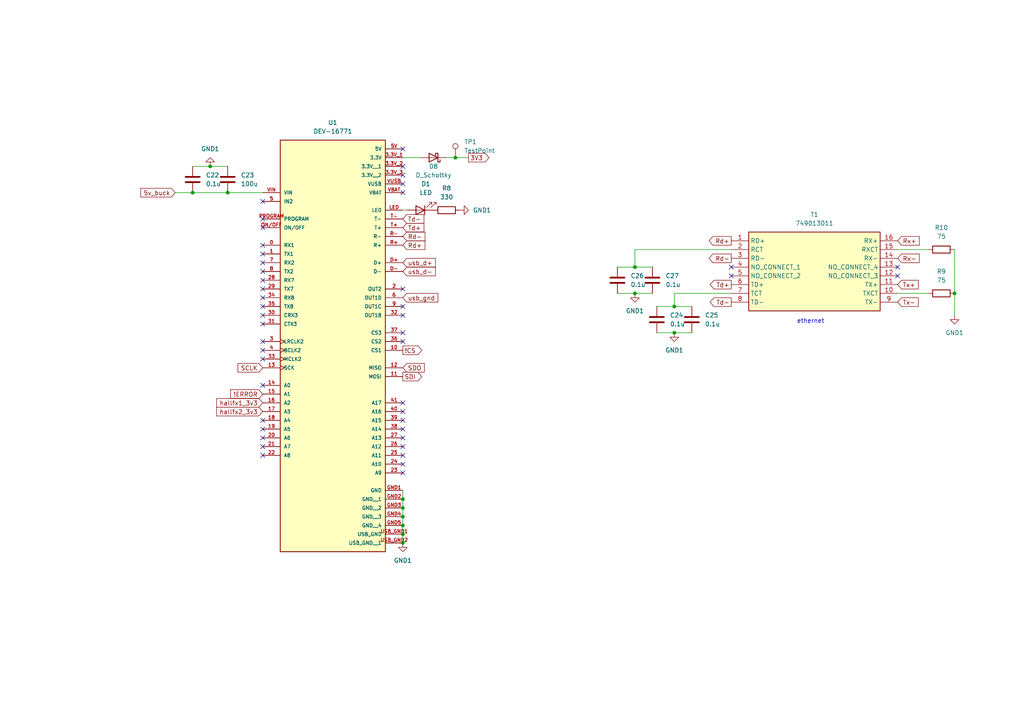
<source format=kicad_sch>
(kicad_sch (version 20230121) (generator eeschema)
  (paper "A4")
  (lib_symbols
    (symbol "21xt_symbols:749013011"
      (property "Reference" "T" (at 44.45 7.62 0))
      (property "Value" "749013011" (at 44.45 5.08 0))
      (symbol "749013011_1_1"
        (rectangle (start 5.08 2.54) (end 43.18 -20.32) (stroke (width 0.254)) (fill (type background)))
        (pin passive line (at 0 0 0) (length 5.08) (name "RD+") (number "1"))
        (pin passive line (at 48.26 -15.24 180) (length 5.08) (name "TXCT") (number "10"))
        (pin passive line (at 48.26 -12.7 180) (length 5.08) (name "TX+") (number "11"))
        (pin passive line (at 48.26 -10.16 180) (length 5.08) (name "NO_CONNECT_3") (number "12"))
        (pin passive line (at 48.26 -7.62 180) (length 5.08) (name "NO_CONNECT_4") (number "13"))
        (pin passive line (at 48.26 -5.08 180) (length 5.08) (name "RX-") (number "14"))
        (pin passive line (at 48.26 -2.54 180) (length 5.08) (name "RXCT") (number "15"))
        (pin passive line (at 48.26 0 180) (length 5.08) (name "RX+") (number "16"))
        (pin passive line (at 0 -2.54 0) (length 5.08) (name "RCT") (number "2"))
        (pin passive line (at 0 -5.08 0) (length 5.08) (name "RD-") (number "3"))
        (pin passive line (at 0 -7.62 0) (length 5.08) (name "NO_CONNECT_1") (number "4"))
        (pin passive line (at 0 -10.16 0) (length 5.08) (name "NO_CONNECT_2") (number "5"))
        (pin passive line (at 0 -12.7 0) (length 5.08) (name "TD+") (number "6"))
        (pin passive line (at 0 -15.24 0) (length 5.08) (name "TCT") (number "7"))
        (pin passive line (at 0 -17.78 0) (length 5.08) (name "TD-") (number "8"))
        (pin passive line (at 48.26 -17.78 180) (length 5.08) (name "TX-") (number "9"))
      )
    )
    (symbol "21xt_symbols:DEV-16771" (pin_names (offset 1.016))
      (property "Reference" "U5" (at 0 55.245 0))
      (property "Value" "DEV-16771" (at 0 52.705 0))
      (symbol "DEV-16771_0_0"
        (rectangle (start -15.24 -68.58) (end 15.24 50.8) (stroke (width 0.254)) (fill (type background)))
        (pin bidirectional line (at -20.32 20.32 0) (length 5.08) (name "RX1") (number "0"))
        (pin bidirectional line (at -20.32 17.78 0) (length 5.08) (name "TX1") (number "1"))
        (pin bidirectional line (at 20.32 -10.16 180) (length 5.08) (name "CS1") (number "10"))
        (pin bidirectional line (at 20.32 -17.78 180) (length 5.08) (name "MOSI") (number "11"))
        (pin bidirectional line (at 20.32 -15.24 180) (length 5.08) (name "MISO") (number "12"))
        (pin bidirectional clock (at -20.32 -15.24 0) (length 5.08) (name "SCK") (number "13"))
        (pin bidirectional line (at -20.32 -20.32 0) (length 5.08) (name "A0") (number "14"))
        (pin bidirectional line (at -20.32 -22.86 0) (length 5.08) (name "A1") (number "15"))
        (pin bidirectional line (at -20.32 -25.4 0) (length 5.08) (name "A2") (number "16"))
        (pin bidirectional line (at -20.32 -27.94 0) (length 5.08) (name "A3") (number "17"))
        (pin bidirectional line (at -20.32 -30.48 0) (length 5.08) (name "A4") (number "18"))
        (pin bidirectional line (at -20.32 -33.02 0) (length 5.08) (name "A5") (number "19"))
        (pin output line (at 20.32 7.62 180) (length 5.08) (name "OUT2") (number "2"))
        (pin bidirectional line (at -20.32 -35.56 0) (length 5.08) (name "A6") (number "20"))
        (pin bidirectional line (at -20.32 -38.1 0) (length 5.08) (name "A7") (number "21"))
        (pin bidirectional line (at -20.32 -40.64 0) (length 5.08) (name "A8") (number "22"))
        (pin bidirectional line (at 20.32 -45.72 180) (length 5.08) (name "A9") (number "23"))
        (pin bidirectional line (at 20.32 -43.18 180) (length 5.08) (name "A10") (number "24"))
        (pin bidirectional line (at 20.32 -40.64 180) (length 5.08) (name "A11") (number "25"))
        (pin bidirectional line (at 20.32 -38.1 180) (length 5.08) (name "A12") (number "26"))
        (pin bidirectional line (at 20.32 -35.56 180) (length 5.08) (name "A13") (number "27"))
        (pin bidirectional line (at -20.32 10.16 0) (length 5.08) (name "RX7") (number "28"))
        (pin bidirectional line (at -20.32 7.62 0) (length 5.08) (name "TX7") (number "29"))
        (pin bidirectional clock (at -20.32 -7.62 0) (length 5.08) (name "LRCLK2") (number "3"))
        (pin power_in line (at 20.32 45.72 180) (length 5.08) (name "3.3V") (number "3.3V_1"))
        (pin power_in line (at 20.32 43.18 180) (length 5.08) (name "3.3V__1") (number "3.3V_2"))
        (pin power_in line (at 20.32 40.64 180) (length 5.08) (name "3.3V__2") (number "3.3V_3"))
        (pin bidirectional line (at -20.32 0 0) (length 5.08) (name "CRX3") (number "30"))
        (pin bidirectional line (at -20.32 -2.54 0) (length 5.08) (name "CTX3") (number "31"))
        (pin output line (at 20.32 0 180) (length 5.08) (name "OUT1B") (number "32"))
        (pin bidirectional clock (at -20.32 -12.7 0) (length 5.08) (name "MCLK2") (number "33"))
        (pin bidirectional line (at -20.32 5.08 0) (length 5.08) (name "RX8") (number "34"))
        (pin bidirectional line (at -20.32 2.54 0) (length 5.08) (name "TX8") (number "35"))
        (pin bidirectional line (at 20.32 -7.62 180) (length 5.08) (name "CS2") (number "36"))
        (pin bidirectional line (at 20.32 -5.08 180) (length 5.08) (name "CS3") (number "37"))
        (pin bidirectional line (at 20.32 -33.02 180) (length 5.08) (name "A14") (number "38"))
        (pin bidirectional line (at 20.32 -30.48 180) (length 5.08) (name "A15") (number "39"))
        (pin bidirectional clock (at -20.32 -10.16 0) (length 5.08) (name "BCLK2") (number "4"))
        (pin bidirectional line (at 20.32 -27.94 180) (length 5.08) (name "A16") (number "40"))
        (pin bidirectional line (at 20.32 -25.4 180) (length 5.08) (name "A17") (number "41"))
        (pin bidirectional line (at -20.32 33.02 0) (length 5.08) (name "IN2") (number "5"))
        (pin power_in line (at 20.32 48.26 180) (length 5.08) (name "5V") (number "5V"))
        (pin output line (at 20.32 5.08 180) (length 5.08) (name "OUT1D") (number "6"))
        (pin bidirectional line (at -20.32 15.24 0) (length 5.08) (name "RX2") (number "7"))
        (pin bidirectional line (at -20.32 12.7 0) (length 5.08) (name "TX2") (number "8"))
        (pin output line (at 20.32 2.54 180) (length 5.08) (name "OUT1C") (number "9"))
        (pin bidirectional line (at 20.32 15.24 180) (length 5.08) (name "D+") (number "D+"))
        (pin bidirectional line (at 20.32 12.7 180) (length 5.08) (name "D-") (number "D-"))
        (pin power_in line (at 20.32 -50.8 180) (length 5.08) (name "GND") (number "GND1"))
        (pin power_in line (at 20.32 -53.34 180) (length 5.08) (name "GND__1") (number "GND2"))
        (pin power_in line (at 20.32 -55.88 180) (length 5.08) (name "GND__2") (number "GND3"))
        (pin power_in line (at 20.32 -58.42 180) (length 5.08) (name "GND__3") (number "GND4"))
        (pin power_in line (at 20.32 -60.96 180) (length 5.08) (name "GND__4") (number "GND5"))
        (pin bidirectional line (at 20.32 30.48 180) (length 5.08) (name "LED") (number "LED"))
        (pin bidirectional line (at -20.32 25.4 0) (length 5.08) (name "ON/OFF") (number "ON/OFF"))
        (pin bidirectional line (at -20.32 27.94 0) (length 5.08) (name "PROGRAM") (number "PROGRAM"))
        (pin bidirectional line (at 20.32 20.32 180) (length 5.08) (name "R+") (number "R+"))
        (pin bidirectional line (at 20.32 22.86 180) (length 5.08) (name "R-") (number "R-"))
        (pin bidirectional line (at 20.32 25.4 180) (length 5.08) (name "T+") (number "T+"))
        (pin bidirectional line (at 20.32 27.94 180) (length 5.08) (name "T-") (number "T-"))
        (pin power_in line (at 20.32 -63.5 180) (length 5.08) (name "USB_GND") (number "USB_GND1"))
        (pin power_in line (at 20.32 -66.04 180) (length 5.08) (name "USB_GND__1") (number "USB_GND2"))
        (pin passive line (at 20.32 35.56 180) (length 5.08) (name "VBAT") (number "VBAT"))
        (pin input line (at -20.32 35.56 0) (length 5.08) (name "VIN") (number "VIN"))
        (pin passive line (at 20.32 38.1 180) (length 5.08) (name "VUSB") (number "VUSB"))
      )
    )
    (symbol "Connector:TestPoint" (pin_numbers hide) (pin_names (offset 0.762) hide)
      (property "Reference" "TP" (at 0 6.858 0))
      (property "Value" "TestPoint" (at 0 5.08 0))
      (symbol "TestPoint_0_1"
        (circle (center 0 3.302) (radius 0.762))
      )
      (symbol "TestPoint_1_1"
        (pin passive line (at 0 0 90) (length 2.54) (name "1") (number "1"))
      )
    )
    (symbol "Device:C" (pin_numbers hide) (pin_names (offset 0.254))
      (property "Reference" "C" (at 0.635 2.54 0))
      (property "Value" "C" (at 0.635 -2.54 0))
      (symbol "C_0_1"
        (polyline (pts (xy -2.032 -0.762) (xy 2.032 -0.762)) (stroke (width 0.508)))
        (polyline (pts (xy -2.032 0.762) (xy 2.032 0.762)) (stroke (width 0.508)))
      )
      (symbol "C_1_1"
        (pin passive line (at 0 3.81 270) (length 2.794) (name "~") (number "1"))
        (pin passive line (at 0 -3.81 90) (length 2.794) (name "~") (number "2"))
      )
    )
    (symbol "Device:D_Schottky" (pin_numbers hide) (pin_names (offset 1.016) hide)
      (property "Reference" "D" (at 0 2.54 0))
      (property "Value" "D_Schottky" (at 0 -2.54 0))
      (symbol "D_Schottky_0_1"
        (polyline (pts (xy 1.27 0) (xy -1.27 0)))
        (polyline (pts (xy 1.27 1.27) (xy 1.27 -1.27) (xy -1.27 0) (xy 1.27 1.27)) (stroke (width 0.254)))
        (polyline (pts (xy -1.905 0.635) (xy -1.905 1.27) (xy -1.27 1.27) (xy -1.27 -1.27) (xy -0.635 -1.27) (xy -0.635 -0.635)) (stroke (width 0.254)))
      )
      (symbol "D_Schottky_1_1"
        (pin passive line (at -3.81 0 0) (length 2.54) (name "K") (number "1"))
        (pin passive line (at 3.81 0 180) (length 2.54) (name "A") (number "2"))
      )
    )
    (symbol "Device:LED" (pin_numbers hide) (pin_names (offset 1.016) hide)
      (property "Reference" "D" (at 0 2.54 0))
      (property "Value" "LED" (at 0 -2.54 0))
      (symbol "LED_0_1"
        (polyline (pts (xy -1.27 -1.27) (xy -1.27 1.27)) (stroke (width 0.254)))
        (polyline (pts (xy -1.27 0) (xy 1.27 0)))
        (polyline (pts (xy 1.27 -1.27) (xy 1.27 1.27) (xy -1.27 0) (xy 1.27 -1.27)) (stroke (width 0.254)))
        (polyline (pts (xy -3.048 -0.762) (xy -4.572 -2.286) (xy -3.81 -2.286) (xy -4.572 -2.286) (xy -4.572 -1.524)))
        (polyline (pts (xy -1.778 -0.762) (xy -3.302 -2.286) (xy -2.54 -2.286) (xy -3.302 -2.286) (xy -3.302 -1.524)))
      )
      (symbol "LED_1_1"
        (pin passive line (at -3.81 0 0) (length 2.54) (name "K") (number "1"))
        (pin passive line (at 3.81 0 180) (length 2.54) (name "A") (number "2"))
      )
    )
    (symbol "Device:R" (pin_numbers hide) (pin_names (offset 0))
      (property "Reference" "R" (at 2.032 0 90))
      (property "Value" "R" (at 0 0 90))
      (symbol "R_0_1"
        (rectangle (start -1.016 -2.54) (end 1.016 2.54) (stroke (width 0.254)))
      )
      (symbol "R_1_1"
        (pin passive line (at 0 3.81 270) (length 1.27) (name "~") (number "1"))
        (pin passive line (at 0 -3.81 90) (length 1.27) (name "~") (number "2"))
      )
    )
    (symbol "power:GND1" (power) (pin_names (offset 0))
      (property "Value" "GND1" (at 0 -3.81 0))
      (symbol "GND1_0_1"
        (polyline (pts (xy 0 0) (xy 0 -1.27) (xy 1.27 -1.27) (xy 0 -2.54) (xy -1.27 -1.27) (xy 0 -1.27)))
      )
      (symbol "GND1_1_1"
        (pin power_in line (at 0 0 270) (length 0) hide (name "GND1") (number "1"))
      )
    )
  )
  (junction (at 116.84 147.32))
  (junction (at 132.08 45.72))
  (junction (at 184.15 77.47))
  (junction (at 60.96 48.26))
  (junction (at 195.58 96.52))
  (junction (at 116.84 149.86))
  (junction (at 55.88 55.88))
  (junction (at 195.58 88.9))
  (junction (at 116.84 144.78))
  (junction (at 116.84 154.94))
  (junction (at 116.84 157.48))
  (junction (at 184.15 85.09))
  (junction (at 276.86 85.09))
  (junction (at 66.04 55.88))
  (junction (at 116.84 152.4))
  (no_connect (at 116.84 127))
  (no_connect (at 116.84 124.46))
  (no_connect (at 116.84 121.92))
  (no_connect (at 116.84 43.18))
  (no_connect (at 76.2 129.54))
  (no_connect (at 212.09 77.47))
  (no_connect (at 116.84 48.26))
  (no_connect (at 76.2 66.04))
  (no_connect (at 116.84 119.38))
  (no_connect (at 76.2 124.46))
  (no_connect (at 76.2 132.08))
  (no_connect (at 76.2 58.42))
  (no_connect (at 212.09 80.01))
  (no_connect (at 116.84 116.84))
  (no_connect (at 76.2 99.06))
  (no_connect (at 76.2 88.9))
  (no_connect (at 76.2 63.5))
  (no_connect (at 76.2 76.2))
  (no_connect (at 76.2 104.14))
  (no_connect (at 116.84 50.8))
  (no_connect (at 116.84 91.44))
  (no_connect (at 76.2 86.36))
  (no_connect (at 116.84 83.82))
  (no_connect (at 76.2 91.44))
  (no_connect (at 116.84 134.62))
  (no_connect (at 116.84 53.34))
  (no_connect (at 116.84 132.08))
  (no_connect (at 76.2 73.66))
  (no_connect (at 116.84 96.52))
  (no_connect (at 116.84 99.06))
  (no_connect (at 76.2 111.76))
  (no_connect (at 76.2 81.28))
  (no_connect (at 76.2 121.92))
  (no_connect (at 76.2 93.98))
  (no_connect (at 116.84 129.54))
  (no_connect (at 260.35 77.47))
  (no_connect (at 76.2 101.6))
  (no_connect (at 76.2 127))
  (no_connect (at 76.2 78.74))
  (no_connect (at 116.84 137.16))
  (no_connect (at 76.2 71.12))
  (no_connect (at 116.84 55.88))
  (no_connect (at 116.84 88.9))
  (no_connect (at 76.2 83.82))
  (no_connect (at 260.35 80.01))
  (wire (pts (xy 212.09 72.39) (xy 184.15 72.39)))
  (wire (pts (xy 66.04 55.88) (xy 76.2 55.88)))
  (wire (pts (xy 195.58 96.52) (xy 200.66 96.52)))
  (wire (pts (xy 184.15 85.09) (xy 189.23 85.09)))
  (wire (pts (xy 116.84 152.4) (xy 116.84 154.94)))
  (wire (pts (xy 179.07 85.09) (xy 184.15 85.09)))
  (wire (pts (xy 116.84 147.32) (xy 116.84 149.86)))
  (wire (pts (xy 55.88 48.26) (xy 60.96 48.26)))
  (wire (pts (xy 184.15 77.47) (xy 189.23 77.47)))
  (wire (pts (xy 116.84 144.78) (xy 116.84 147.32)))
  (wire (pts (xy 195.58 85.09) (xy 195.58 88.9)))
  (wire (pts (xy 60.96 48.26) (xy 66.04 48.26)))
  (wire (pts (xy 195.58 88.9) (xy 200.66 88.9)))
  (wire (pts (xy 190.5 96.52) (xy 195.58 96.52)))
  (wire (pts (xy 116.84 142.24) (xy 116.84 144.78)))
  (wire (pts (xy 135.89 45.72) (xy 132.08 45.72)))
  (wire (pts (xy 55.88 55.88) (xy 66.04 55.88)))
  (wire (pts (xy 276.86 85.09) (xy 276.86 91.44)))
  (wire (pts (xy 260.35 72.39) (xy 269.24 72.39)))
  (wire (pts (xy 269.24 85.09) (xy 260.35 85.09)))
  (wire (pts (xy 50.8 55.88) (xy 55.88 55.88)))
  (wire (pts (xy 116.84 149.86) (xy 116.84 152.4)))
  (wire (pts (xy 184.15 72.39) (xy 184.15 77.47)))
  (wire (pts (xy 212.09 85.09) (xy 195.58 85.09)))
  (wire (pts (xy 190.5 88.9) (xy 195.58 88.9)))
  (wire (pts (xy 179.07 77.47) (xy 184.15 77.47)))
  (wire (pts (xy 116.84 45.72) (xy 121.92 45.72)))
  (wire (pts (xy 116.84 154.94) (xy 116.84 157.48)))
  (wire (pts (xy 116.84 60.96) (xy 118.11 60.96)))
  (wire (pts (xy 129.54 45.72) (xy 132.08 45.72)))
  (wire (pts (xy 276.86 72.39) (xy 276.86 85.09)))
  (text "ethernet" (at 231.14 93.98 0) (effects (font (size 1.27 1.27)) (justify left bottom)))
  (global_label "hallfx2_3v3" (shape input) (at 76.2 119.38 180) (property "Intersheetrefs" "${INTERSHEET_REFS}" (effects hide)))
  (global_label "3V3" (shape output) (at 135.89 45.72 0) (property "Intersheetrefs" "${INTERSHEET_REFS}" (effects hide)))
  (global_label "usb_d+" (shape input) (at 116.84 76.2 0) (property "Intersheetrefs" "${INTERSHEET_REFS}" (effects hide)))
  (global_label "Tx+" (shape input) (at 260.35 82.55 0) (property "Intersheetrefs" "${INTERSHEET_REFS}" (effects hide)))
  (global_label "Td+" (shape input) (at 116.84 66.04 0) (property "Intersheetrefs" "${INTERSHEET_REFS}" (effects hide)))
  (global_label "Td+" (shape output) (at 212.09 82.55 180) (property "Intersheetrefs" "${INTERSHEET_REFS}" (effects hide)))
  (global_label "Rd-" (shape output) (at 212.09 74.93 180) (property "Intersheetrefs" "${INTERSHEET_REFS}" (effects hide)))
  (global_label "Rx+" (shape input) (at 260.35 69.85 0) (property "Intersheetrefs" "${INTERSHEET_REFS}" (effects hide)))
  (global_label "usb_d-" (shape input) (at 116.84 78.74 0) (property "Intersheetrefs" "${INTERSHEET_REFS}" (effects hide)))
  (global_label "hallfx1_3v3" (shape input) (at 76.2 116.84 180) (property "Intersheetrefs" "${INTERSHEET_REFS}" (effects hide)))
  (global_label "SCLK" (shape input) (at 76.2 106.68 180) (property "Intersheetrefs" "${INTERSHEET_REFS}" (effects hide)))
  (global_label "SDO" (shape input) (at 116.84 106.68 0) (property "Intersheetrefs" "${INTERSHEET_REFS}" (effects hide)))
  (global_label "SDI" (shape output) (at 116.84 109.22 0) (property "Intersheetrefs" "${INTERSHEET_REFS}" (effects hide)))
  (global_label "Rd+" (shape output) (at 212.09 69.85 180) (property "Intersheetrefs" "${INTERSHEET_REFS}" (effects hide)))
  (global_label "Td-" (shape input) (at 116.84 63.5 0) (property "Intersheetrefs" "${INTERSHEET_REFS}" (effects hide)))
  (global_label "usb_gnd" (shape input) (at 116.84 86.36 0) (property "Intersheetrefs" "${INTERSHEET_REFS}" (effects hide)))
  (global_label "Rd+" (shape input) (at 116.84 71.12 0) (property "Intersheetrefs" "${INTERSHEET_REFS}" (effects hide)))
  (global_label "Rd-" (shape input) (at 116.84 68.58 0) (property "Intersheetrefs" "${INTERSHEET_REFS}" (effects hide)))
  (global_label "!CS" (shape output) (at 116.84 101.6 0) (property "Intersheetrefs" "${INTERSHEET_REFS}" (effects hide)))
  (global_label "!ERROR" (shape input) (at 76.2 114.3 180) (property "Intersheetrefs" "${INTERSHEET_REFS}" (effects hide)))
  (global_label "Tx-" (shape input) (at 260.35 87.63 0) (property "Intersheetrefs" "${INTERSHEET_REFS}" (effects hide)))
  (global_label "Rx-" (shape input) (at 260.35 74.93 0) (property "Intersheetrefs" "${INTERSHEET_REFS}" (effects hide)))
  (global_label "5v_buck" (shape input) (at 50.8 55.88 180) (property "Intersheetrefs" "${INTERSHEET_REFS}" (effects hide)))
  (global_label "Td-" (shape output) (at 212.09 87.63 180) (property "Intersheetrefs" "${INTERSHEET_REFS}" (effects hide)))
  (symbol (lib_id "Connector:TestPoint") (at 132.08 45.72 0) (unit 1)
    (property "Reference" "TP1" (at 134.62 41.148 0) (effects (justify left)))
    (property "Value" "TestPoint" (at 134.62 43.688 0) (effects (justify left)))
    (property "Footprint" "TestPoint:TestPoint_Pad_2.0x2.0mm" (effects hide))
  )
  (symbol (lib_id "Device:R") (at 273.05 85.09 90) (unit 1)
    (property "Reference" "R9" (at 273.05 78.74 90))
    (property "Value" "75" (at 273.05 81.28 90))
    (property "Footprint" "Resistor_SMD:R_0603_1608Metric" (effects hide))
  )
  (symbol (lib_id "power:GND1") (at 133.35 60.96 90) (unit 1)
    (property "Reference" "#PWR029" (effects hide))
    (property "Value" "GND1" (at 137.16 60.96 90) (effects (justify right)))
  )
  (symbol (lib_id "Device:D_Schottky") (at 125.73 45.72 180) (unit 1)
    (property "Reference" "D8" (at 125.73 48.26 0))
    (property "Value" "D_Schottky" (at 125.73 50.8 0))
    (property "Footprint" "Diode_SMD:D_0603_1608Metric" (effects hide))
  )
  (symbol (lib_id "Device:C") (at 189.23 81.28 0) (unit 1)
    (property "Reference" "C27" (at 193.04 80.01 0) (effects (justify left)))
    (property "Value" "0.1u" (at 193.04 82.55 0) (effects (justify left)))
    (property "Footprint" "Capacitor_SMD:C_0603_1608Metric" (effects hide))
  )
  (symbol (lib_id "Device:C") (at 55.88 52.07 0) (unit 1)
    (property "Reference" "C22" (at 59.69 50.8 0) (effects (justify left)))
    (property "Value" "0.1u" (at 59.69 53.34 0) (effects (justify left)))
    (property "Footprint" "Capacitor_SMD:C_0603_1608Metric" (effects hide))
  )
  (symbol (lib_id "Device:C") (at 66.04 52.07 0) (unit 1)
    (property "Reference" "C23" (at 69.85 50.8 0) (effects (justify left)))
    (property "Value" "100u" (at 69.85 53.34 0) (effects (justify left)))
    (property "Footprint" "Capacitor_SMD:C_1206_3216Metric" (effects hide))
  )
  (symbol (lib_id "21xt_symbols:749013011") (at 212.09 69.85 0) (unit 1)
    (property "Reference" "T1" (at 236.22 62.23 0))
    (property "Value" "749013011" (at 236.22 64.77 0))
    (property "Footprint" "21xt_footprints:749013011" (effects hide))
    (property "Datasheet" "https://www.we-online.de/katalog/datasheet/749013011.pdf" (effects hide))
    (property "Height" "5.33" (effects hide))
    (property "Mouser Part Number" "710-749013011" (effects hide))
    (property "Mouser Price/Stock" "https://www.mouser.co.uk/ProductDetail/Wurth-Elektronik/749013011?qs=2sV1BwmkawRYxGj1O9AWzA%3D%3D" (effects hide))
    (property "Manufacturer_Name" "Wurth Elektronik" (effects hide))
    (property "Manufacturer_Part_Number" "749013011" (effects hide))
  )
  (symbol (lib_id "power:GND1") (at 184.15 85.09 0) (unit 1)
    (property "Reference" "#PWR030" (effects hide))
    (property "Value" "GND1" (at 184.15 90.17 0))
  )
  (symbol (lib_id "Device:R") (at 273.05 72.39 90) (unit 1)
    (property "Reference" "R10" (at 273.05 66.04 90))
    (property "Value" "75" (at 273.05 68.58 90))
    (property "Footprint" "Resistor_SMD:R_0603_1608Metric" (effects hide))
  )
  (symbol (lib_id "Device:C") (at 200.66 92.71 0) (unit 1)
    (property "Reference" "C25" (at 204.47 91.44 0) (effects (justify left)))
    (property "Value" "0.1u" (at 204.47 93.98 0) (effects (justify left)))
    (property "Footprint" "Capacitor_SMD:C_0603_1608Metric" (effects hide))
  )
  (symbol (lib_id "21xt_symbols:DEV-16771") (at 96.52 91.44 0) (unit 1)
    (property "Reference" "U1" (at 96.52 35.56 0))
    (property "Value" "DEV-16771" (at 96.52 38.1 0))
    (property "Footprint" "21xt_footprints:MODULE_DEV-16771" (effects hide))
    (property "PARTREV" "4.1" (effects hide))
    (property "MANUFACTURER" "SparkFun Electronics" (effects hide))
    (property "MAXIMUM_PACKAGE_HEIGHT" "4.07mm" (effects hide))
    (property "STANDARD" "Manufacturer recommendations" (effects hide))
  )
  (symbol (lib_id "power:GND1") (at 195.58 96.52 0) (unit 1)
    (property "Reference" "#PWR035" (effects hide))
    (property "Value" "GND1" (at 195.58 101.6 0))
  )
  (symbol (lib_id "power:GND1") (at 276.86 91.44 0) (unit 1)
    (property "Reference" "#PWR040" (effects hide))
    (property "Value" "GND1" (at 276.86 96.52 0))
  )
  (symbol (lib_id "Device:R") (at 129.54 60.96 90) (unit 1)
    (property "Reference" "R8" (at 129.54 54.61 90))
    (property "Value" "330" (at 129.54 57.15 90))
    (property "Footprint" "Resistor_SMD:R_0603_1608Metric" (effects hide))
  )
  (symbol (lib_id "Device:C") (at 190.5 92.71 0) (unit 1)
    (property "Reference" "C24" (at 194.31 91.44 0) (effects (justify left)))
    (property "Value" "0.1u" (at 194.31 93.98 0) (effects (justify left)))
    (property "Footprint" "Capacitor_SMD:C_0603_1608Metric" (effects hide))
  )
  (symbol (lib_id "Device:LED") (at 121.92 60.96 180) (unit 1)
    (property "Reference" "D1" (at 123.5075 53.34 0))
    (property "Value" "LED" (at 123.5075 55.88 0))
    (property "Footprint" "Diode_SMD:D_0603_1608Metric" (effects hide))
  )
  (symbol (lib_id "power:GND1") (at 116.84 157.48 0) (unit 1)
    (property "Reference" "#PWR014" (effects hide))
    (property "Value" "GND1" (at 116.84 162.56 0))
  )
  (symbol (lib_id "power:GND1") (at 60.96 48.26 180) (unit 1)
    (property "Reference" "#PWR013" (effects hide))
    (property "Value" "GND1" (at 60.96 43.18 0))
  )
  (symbol (lib_id "Device:C") (at 179.07 81.28 0) (unit 1)
    (property "Reference" "C26" (at 182.88 80.01 0) (effects (justify left)))
    (property "Value" "0.1u" (at 182.88 82.55 0) (effects (justify left)))
    (property "Footprint" "Capacitor_SMD:C_0603_1608Metric" (effects hide))
  )
)
</source>
